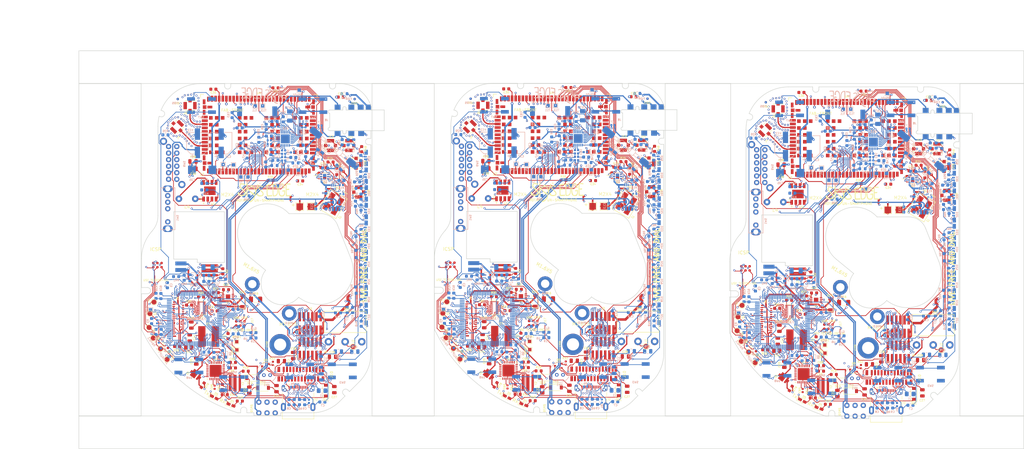
<source format=kicad_pcb>
(kicad_pcb (version 20211014) (generator pcbnew)

  (general
    (thickness 1.6)
  )

  (paper "A1")
  (layers
    (0 "F.Cu" signal "L1_GND+GNDA.Cu")
    (1 "In1.Cu" signal "L2_3v3+GNDA.Cu")
    (2 "In2.Cu" signal "L3_3v8+GNDA.Cu")
    (3 "In3.Cu" signal "L4_GND.Cu")
    (4 "In4.Cu" signal "L5_3v8.Cu")
    (31 "B.Cu" signal "L6_GND.Cu")
    (32 "B.Adhes" user "B.Adhesive")
    (33 "F.Adhes" user "F.Adhesive")
    (34 "B.Paste" user)
    (35 "F.Paste" user)
    (36 "B.SilkS" user "B.Silkscreen")
    (37 "F.SilkS" user "F.Silkscreen")
    (38 "B.Mask" user)
    (39 "F.Mask" user)
    (40 "Dwgs.User" user "User.Drawings")
    (41 "Cmts.User" user "User.Comments")
    (42 "Eco1.User" user "User.Eco1")
    (43 "Eco2.User" user "User.Eco2")
    (44 "Edge.Cuts" user)
    (45 "Margin" user)
    (46 "B.CrtYd" user "B.Courtyard")
    (47 "F.CrtYd" user "F.Courtyard")
    (48 "B.Fab" user)
    (49 "F.Fab" user)
  )

  (setup
    (stackup
      (layer "F.SilkS" (type "Top Silk Screen") (color "White"))
      (layer "F.Paste" (type "Top Solder Paste"))
      (layer "F.Mask" (type "Top Solder Mask") (color "Black") (thickness 0.01))
      (layer "F.Cu" (type "copper") (thickness 0.035))
      (layer "dielectric 1" (type "core") (thickness 0.274) (material "FR4") (epsilon_r 4.5) (loss_tangent 0.02))
      (layer "In1.Cu" (type "copper") (thickness 0.035))
      (layer "dielectric 2" (type "prepreg") (thickness 0.274) (material "FR4") (epsilon_r 4.5) (loss_tangent 0.02))
      (layer "In2.Cu" (type "copper") (thickness 0.035))
      (layer "dielectric 3" (type "core") (thickness 0.274) (material "FR4") (epsilon_r 4.5) (loss_tangent 0.02))
      (layer "In3.Cu" (type "copper") (thickness 0.035))
      (layer "dielectric 4" (type "prepreg") (thickness 0.274) (material "FR4") (epsilon_r 4.5) (loss_tangent 0.02))
      (layer "In4.Cu" (type "copper") (thickness 0.035))
      (layer "dielectric 5" (type "core") (thickness 0.274) (material "FR4") (epsilon_r 4.5) (loss_tangent 0.02))
      (layer "B.Cu" (type "copper") (thickness 0.035))
      (layer "B.Mask" (type "Bottom Solder Mask") (color "Black") (thickness 0.01))
      (layer "B.Paste" (type "Bottom Solder Paste"))
      (layer "B.SilkS" (type "Bottom Silk Screen") (color "White"))
      (copper_finish "None")
      (dielectric_constraints no)
    )
    (pad_to_mask_clearance 0)
    (aux_axis_origin 181.7 54.3)
    (pcbplotparams
      (layerselection 0x00310ff_ffffffff)
      (disableapertmacros false)
      (usegerberextensions false)
      (usegerberattributes false)
      (usegerberadvancedattributes false)
      (creategerberjobfile false)
      (svguseinch false)
      (svgprecision 6)
      (excludeedgelayer true)
      (plotframeref false)
      (viasonmask false)
      (mode 1)
      (useauxorigin false)
      (hpglpennumber 1)
      (hpglpenspeed 20)
      (hpglpendiameter 15.000000)
      (dxfpolygonmode true)
      (dxfimperialunits true)
      (dxfusepcbnewfont true)
      (psnegative false)
      (psa4output false)
      (plotreference true)
      (plotvalue true)
      (plotinvisibletext false)
      (sketchpadsonfab false)
      (subtractmaskfromsilk false)
      (outputformat 1)
      (mirror false)
      (drillshape 0)
      (scaleselection 1)
      (outputdirectory "Fab/")
    )
  )

  (net 0 "")
  (net 1 "/RESET")
  (net 2 "GND")
  (net 3 "/AREF")
  (net 4 "Net-(C7-Pad1)")
  (net 5 "Net-(C8-Pad1)")
  (net 6 "Net-(C9-Pad1)")
  (net 7 "Net-(D4-Pad2)")
  (net 8 "Net-(D4-Pad1)")
  (net 9 "Net-(D5-Pad1)")
  (net 10 "Net-(D5-Pad2)")
  (net 11 "/MISO")
  (net 12 "/MOSI")
  (net 13 "/SCK")
  (net 14 "Net-(R2-Pad1)")
  (net 15 "Net-(R6-Pad1)")
  (net 16 "Net-(R7-Pad1)")
  (net 17 "Net-(R2-Pad2)")
  (net 18 "Net-(R3-Pad2)")
  (net 19 "Net-(R13-Pad2)")
  (net 20 "Net-(R14-Pad2)")
  (net 21 "Net-(R21-Pad2)")
  (net 22 "/CELL_ON")
  (net 23 "/CELL_RESET")
  (net 24 "+3V8")
  (net 25 "Net-(C11-Pad1)")
  (net 26 "Net-(C11-Pad2)")
  (net 27 "VBUS")
  (net 28 "Net-(C14-Pad1)")
  (net 29 "+3V3")
  (net 30 "+12V")
  (net 31 "Net-(C21-Pad1)")
  (net 32 "Net-(C21-Pad2)")
  (net 33 "GNDA")
  (net 34 "Net-(C46-Pad1)")
  (net 35 "Net-(C47-Pad1)")
  (net 36 "Net-(C48-Pad1)")
  (net 37 "Net-(C49-Pad1)")
  (net 38 "Net-(C50-Pad1)")
  (net 39 "Net-(C51-Pad1)")
  (net 40 "Net-(C52-Pad1)")
  (net 41 "Net-(C53-Pad1)")
  (net 42 "Net-(C54-Pad1)")
  (net 43 "Net-(C55-Pad1)")
  (net 44 "Net-(C60-Pad1)")
  (net 45 "Net-(C61-Pad1)")
  (net 46 "Net-(D3-Pad2)")
  (net 47 "/RELAY_OFF")
  (net 48 "Net-(D22-Pad2)")
  (net 49 "Net-(D25-Pad1)")
  (net 50 "Net-(D25-Pad3)")
  (net 51 "Net-(J1-PadA5)")
  (net 52 "Net-(J1-PadB5)")
  (net 53 "/EPD_BUSY")
  (net 54 "/SD_CD")
  (net 55 "/OLED DRIVER/OLED_CS_3V3")
  (net 56 "/OLED DRIVER/OLED_RES_3V3")
  (net 57 "Net-(L7-Pad2)")
  (net 58 "Net-(L8-Pad2)")
  (net 59 "Net-(Q3-Pad1)")
  (net 60 "Net-(Q3-Pad2)")
  (net 61 "Net-(Q3-Pad3)")
  (net 62 "Net-(Q3-Pad5)")
  (net 63 "Net-(Q3-Pad6)")
  (net 64 "Net-(Q4-Pad3)")
  (net 65 "/MCURX-TO-FTDITX")
  (net 66 "/MCUTX-TO-FTDIRX")
  (net 67 "Net-(R19-Pad1)")
  (net 68 "/3v3_EN")
  (net 69 "Net-(R20-Pad1)")
  (net 70 "LL_OE")
  (net 71 "/EPD_CS")
  (net 72 "/EPD_RESET")
  (net 73 "Net-(R39-Pad2)")
  (net 74 "/LED_STAT")
  (net 75 "/LED_1A")
  (net 76 "/EPAPER DRIVER/PREVGH")
  (net 77 "/LED_2A")
  (net 78 "/EPAPER DRIVER/VSH")
  (net 79 "/LED_3A")
  (net 80 "/EPAPER DRIVER/VGH")
  (net 81 "/LED_4A")
  (net 82 "/EPAPER DRIVER/VPP")
  (net 83 "/LED_5A")
  (net 84 "/EPAPER DRIVER/VGL")
  (net 85 "/LED_6A")
  (net 86 "/EPAPER DRIVER/VSL")
  (net 87 "/LED_7A")
  (net 88 "/EPAPER DRIVER/VCOM")
  (net 89 "/LED_8A")
  (net 90 "/EPAPER DRIVER/VDD")
  (net 91 "/LED_9A")
  (net 92 "/EPAPER DRIVER/PREVGL")
  (net 93 "/LED_10A")
  (net 94 "/EPAPER DRIVER/GDR")
  (net 95 "/SW_MODE2")
  (net 96 "/SW_MODE3")
  (net 97 "/SW_MULTI1")
  (net 98 "/SW_CLEAR")
  (net 99 "/SW_MULTI3")
  (net 100 "/SW_MULTI2")
  (net 101 "/SW_HOOK")
  (net 102 "/SW_MULTI4")
  (net 103 "/OFFSIGNAL")
  (net 104 "/SW_ROTARY")
  (net 105 "/CELL_PWR_DET")
  (net 106 "/CELL_CTS")
  (net 107 "/CELL_RTS")
  (net 108 "/OLED_CS")
  (net 109 "/SD_CS")
  (net 110 "/EPD_DC")
  (net 111 "/12v_EN")
  (net 112 "/CELL_RXD")
  (net 113 "/CELL_TXD")
  (net 114 "/AUDIO/BLCK")
  (net 115 "Net-(D23-Pad2)")
  (net 116 "/VSIM")
  (net 117 "/SIM_RST")
  (net 118 "/SIM_IO")
  (net 119 "/SIM_CLK")
  (net 120 "/EPAPER DRIVER/RESE")
  (net 121 "/EPAPER DRIVER/EPD_DC_3v3")
  (net 122 "/EPAPER DRIVER/EPD_CS_3v3")
  (net 123 "/EPAPER DRIVER/EPD_SCK_3v3")
  (net 124 "/EPAPER DRIVER/EPD_MOSI_3v3")
  (net 125 "/LED_4R")
  (net 126 "/LED_10R")
  (net 127 "/LED_1R")
  (net 128 "/GPIO3")
  (net 129 "/GPIO4")
  (net 130 "Net-(D2-Pad1)")
  (net 131 "/LED_2R")
  (net 132 "/LED_3R")
  (net 133 "/LED_9R")
  (net 134 "/LED_8R")
  (net 135 "/LED_7R")
  (net 136 "/LED_6R")
  (net 137 "/LED_5R")
  (net 138 "unconnected-(J8-Pad3)")
  (net 139 "Net-(RSVD1-Pad1)")
  (net 140 "Net-(J8-Pad10)")
  (net 141 "Net-(T13-Pad1)")
  (net 142 "Net-(Q1-Pad1)")
  (net 143 "Net-(Q1-Pad3)")
  (net 144 "Net-(Q2-Pad3)")
  (net 145 "Net-(Q2-Pad1)")
  (net 146 "Net-(Q7-Pad1)")
  (net 147 "+BATT")
  (net 148 "/POWSW4")
  (net 149 "/GPIO1")
  (net 150 "Net-(Q6-Pad1)")
  (net 151 "Net-(R33-Pad1)")
  (net 152 "unconnected-(J1-PadA2)")
  (net 153 "/LED_FILAMENT")
  (net 154 "Net-(R75-Pad1)")
  (net 155 "/NET_STAT")
  (net 156 "/RINGER+")
  (net 157 "+1V8")
  (net 158 "/PDn")
  (net 159 "/RINGER-")
  (net 160 "Net-(D1-Pad2)")
  (net 161 "Net-(D1-Pad1)")
  (net 162 "/LED_BELL")
  (net 163 "/OLED DRIVER/OLED_VP")
  (net 164 "/OLED DRIVER/OLED_VCOMH")
  (net 165 "/OLED DRIVER/OLED_VLOGIC")
  (net 166 "/OLED DRIVER/OLED_IREF")
  (net 167 "/OLED_DC")
  (net 168 "/SW_MODE1")
  (net 169 "Net-(J8-Pad4)")
  (net 170 "unconnected-(J8-Pad11)")
  (net 171 "Net-(J8-Pad12)")
  (net 172 "/OLED DRIVER/OLED_DC_3V3")
  (net 173 "/CELL_RI")
  (net 174 "/CELL MODEM/V_BCKP")
  (net 175 "Net-(D2-Pad2)")
  (net 176 "/CELL MODEM/ANT2")
  (net 177 "/CELL MODEM/ANT1")
  (net 178 "/CELL MODEM/SDIO-D0")
  (net 179 "/CELL MODEM/SDIO-D1")
  (net 180 "/CELL MODEM/SDIO-CLK")
  (net 181 "/CELL MODEM/SDIO-CMD")
  (net 182 "/CELL MODEM/SDIO-D2")
  (net 183 "/CELL MODEM/SDIO-D3")
  (net 184 "/CELL MODEM/USB_D+")
  (net 185 "/CELL MODEM/USB_D-")
  (net 186 "unconnected-(U4-Pad69)")
  (net 187 "unconnected-(J1-PadA3)")
  (net 188 "unconnected-(J1-PadA8)")
  (net 189 "/CELL MODEM/DSR_1v8")
  (net 190 "/CELL MODEM/DCD_1v8")
  (net 191 "/CELL MODEM/HOST_SELECT0")
  (net 192 "/CELL MODEM/HOST_SELECT1")
  (net 193 "/CELL MODEM/RTS_1v8")
  (net 194 "/CELL MODEM/CTS_1v8")
  (net 195 "/CELL MODEM/TXD_1v8")
  (net 196 "/CELL MODEM/RXD_1v8")
  (net 197 "unconnected-(J1-PadA10)")
  (net 198 "unconnected-(J1-PadA11)")
  (net 199 "unconnected-(J1-PadB2)")
  (net 200 "unconnected-(J1-PadB3)")
  (net 201 "/CELL MODEM/RI_1v8")
  (net 202 "/USB PORT AND BRIDGE/FTDI-RESET")
  (net 203 "Net-(C66-Pad1)")
  (net 204 "/USB PORT AND BRIDGE/FTDI-TX")
  (net 205 "/USB PORT AND BRIDGE/FTDI-RX")
  (net 206 "Net-(U1-Pad2)")
  (net 207 "Net-(U1-Pad1)")
  (net 208 "/OLED_RES")
  (net 209 "unconnected-(J1-PadB8)")
  (net 210 "unconnected-(J1-PadB10)")
  (net 211 "unconnected-(J1-PadB11)")
  (net 212 "unconnected-(J9-Pad1)")
  (net 213 "unconnected-(J9-Pad9)")
  (net 214 "unconnected-(J9-Pad30)")
  (net 215 "unconnected-(J10-Pad1)")
  (net 216 "unconnected-(J10-Pad6)")
  (net 217 "unconnected-(J10-Pad7)")
  (net 218 "/AUDIO/SDA")
  (net 219 "/AUDIO/SCL")
  (net 220 "Net-(D26-Pad1)")
  (net 221 "Net-(D26-Pad3)")
  (net 222 "Net-(D27-Pad1)")
  (net 223 "Net-(D27-Pad3)")
  (net 224 "Net-(D28-Pad1)")
  (net 225 "Net-(D28-Pad3)")
  (net 226 "Net-(D29-Pad1)")
  (net 227 "Net-(D29-Pad3)")
  (net 228 "Net-(D30-Pad1)")
  (net 229 "Net-(D30-Pad3)")
  (net 230 "Net-(D31-Pad1)")
  (net 231 "Net-(D31-Pad3)")
  (net 232 "Net-(D32-Pad1)")
  (net 233 "Net-(D32-Pad3)")
  (net 234 "Net-(D33-Pad1)")
  (net 235 "Net-(D33-Pad3)")
  (net 236 "Net-(D34-Pad1)")
  (net 237 "Net-(D34-Pad3)")
  (net 238 "unconnected-(SW2-Pad3)")
  (net 239 "unconnected-(SW9-Pad1)")
  (net 240 "unconnected-(SW9-Pad6)")
  (net 241 "unconnected-(SW9-Pad7)")
  (net 242 "unconnected-(SW9-Pad10)")
  (net 243 "unconnected-(SW9-Pad11)")
  (net 244 "unconnected-(SW9-Pad12)")
  (net 245 "unconnected-(SW10-Pad3)")
  (net 246 "unconnected-(SW10-Pad6)")
  (net 247 "unconnected-(U1-Pad5)")
  (net 248 "unconnected-(U1-Pad6)")
  (net 249 "unconnected-(U1-Pad7)")
  (net 250 "unconnected-(U1-Pad12)")
  (net 251 "unconnected-(U1-Pad14)")
  (net 252 "unconnected-(U1-Pad18)")
  (net 253 "unconnected-(U1-Pad19)")
  (net 254 "unconnected-(U1-Pad20)")
  (net 255 "unconnected-(U1-Pad21)")
  (net 256 "unconnected-(U1-Pad22)")
  (net 257 "unconnected-(U1-Pad23)")
  (net 258 "unconnected-(U1-Pad25)")
  (net 259 "unconnected-(U1-Pad26)")
  (net 260 "unconnected-(U3-Pad1)")
  (net 261 "unconnected-(U4-Pad4)")
  (net 262 "unconnected-(U4-Pad9)")
  (net 263 "unconnected-(U4-Pad14)")
  (net 264 "unconnected-(U4-Pad19)")
  (net 265 "unconnected-(U4-Pad27)")
  (net 266 "unconnected-(U4-Pad28)")
  (net 267 "unconnected-(U4-Pad29)")
  (net 268 "unconnected-(U4-Pad35)")
  (net 269 "unconnected-(U4-Pad36)")
  (net 270 "unconnected-(U4-Pad40)")
  (net 271 "unconnected-(U4-Pad41)")
  (net 272 "unconnected-(U4-Pad47)")
  (net 273 "unconnected-(U4-Pad48)")
  (net 274 "unconnected-(U4-Pad49)")
  (net 275 "unconnected-(U4-Pad65)")
  (net 276 "unconnected-(U4-Pad66)")
  (net 277 "unconnected-(U4-Pad70)")
  (net 278 "unconnected-(U4-Pad79)")
  (net 279 "unconnected-(U6-Pad5)")
  (net 280 "unconnected-(U7-Pad4)")
  (net 281 "unconnected-(U7-Pad6)")
  (net 282 "unconnected-(U9-Pad4)")
  (net 283 "unconnected-(U9-Pad21)")
  (net 284 "unconnected-(U9-Pad22)")
  (net 285 "unconnected-(U9-Pad24)")
  (net 286 "/AUDIO/LRCLK")
  (net 287 "/AUDIO/SDIN")
  (net 288 "/AUDIO/SDOUT")
  (net 289 "/AUDIO/MCLK")
  (net 290 "unconnected-(U9-Pad75)")
  (net 291 "Net-(D6-Pad1)")
  (net 292 "Net-(D6-Pad2)")
  (net 293 "unconnected-(U12-Pad20)")
  (net 294 "unconnected-(U12-Pad21)")
  (net 295 "Net-(L4-Pad1)")
  (net 296 "Net-(L4-Pad2)")
  (net 297 "Net-(R28-Pad1)")
  (net 298 "Net-(R25-Pad1)")
  (net 299 "/USB PORT AND BRIDGE/16U2_MISO")
  (net 300 "/OLED DRIVER/OLED_SCL_3V3")
  (net 301 "/OLED DRIVER/OLED_MOSI_3V3")
  (net 302 "/EPAPER DRIVER/EPD_RES_3v3")
  (net 303 "/USB PORT AND BRIDGE/16U2_SCK")
  (net 304 "/USB PORT AND BRIDGE/16U2_MOSI")
  (net 305 "/USB PORT AND BRIDGE/16U2_RESET")

  (footprint "Resistor_SMD:R_0402_1005Metric" (layer "F.Cu") (at 169.74 150.439 90))

  (footprint "Capacitor_SMD:C_0603_1608Metric" (layer "F.Cu") (at 178.065 94.739))

  (footprint "Capacitor_SMD:C_0603_1608Metric" (layer "F.Cu") (at 185.19 90.639))

  (footprint "Capacitor_SMD:C_0603_1608Metric" (layer "F.Cu") (at 190.455 69.139))

  (footprint "Capacitor_SMD:C_0603_1608Metric" (layer "F.Cu") (at 170.54 66.339))

  (footprint "MyFootprints:Samtec_2x6Header_FTSH-106-01-L-DV" (layer "F.Cu") (at 181.14 145.939))

  (footprint "MyFootprints:LimitSwitch_D2F-01FL2-A1" (layer "F.Cu") (at 191.79 139.539))

  (footprint "TestPoint:TestPoint_Pad_D1.5mm" (layer "F.Cu") (at 131.94 139.489 90))

  (footprint "TestPoint:TestPoint_Pad_D1.5mm" (layer "F.Cu") (at 133.44 131.739 -90))

  (footprint "MyFootprints:Molex_24pFPC_Vert_0525592452" (layer "F.Cu") (at 178.04 153.739))

  (footprint "MountingHole:MountingHole_2.2mm_M2" (layer "F.Cu") (at 194.44 106.239))

  (footprint "MyFootprints:SMTSO-M2-3ET" (layer "F.Cu") (at 171.94 144.739))

  (footprint "MountingHole:MountingHole_2.2mm_M2" (layer "F.Cu") (at 181.94 96.739))

  (footprint "MountingHole:MountingHole_2.2mm_M2" (layer "F.Cu") (at 158.94 124.239))

  (footprint "MountingHole:MountingHole_2.2mm_M2" (layer "F.Cu") (at 155.94 96.739))

  (footprint "Diode_SMD:D_SOD-123" (layer "F.Cu") (at 185.94 158.759 90))

  (footprint "Capacitor_SMD:C_0805_2012Metric" (layer "F.Cu") (at 187.94 148.439))

  (footprint "Capacitor_SMD:C_0805_2012Metric" (layer "F.Cu") (at 175.94 148.039 90))

  (footprint "Capacitor_SMD:C_0805_2012Metric" (layer "F.Cu") (at 172.34 149.759 180))

  (footprint "Capacitor_SMD:C_0805_2012Metric" (layer "F.Cu") (at 162.54 158.639 90))

  (footprint "Capacitor_SMD:C_0805_2012Metric" (layer "F.Cu") (at 146.34 149.739 90))

  (footprint "MyFootprints:Switch_DPDT_Nidec_CL-SB-22C-XX" (layer "F.Cu") (at 167.94 163.939))

  (footprint "Capacitor_SMD:C_0603_1608Metric" (layer "F.Cu") (at 151.555 66.739 180))

  (footprint "Fiducial:Fiducial_0.75mm_Dia_1.5mm_Outer" (layer "F.Cu") (at 140.69 69.739))

  (footprint "LED_SMD:LED_0603_1608Metric_Castellated" (layer "F.Cu") (at 156.94 163.139 -21))

  (footprint "Capacitor_SMD:C_0603_1608Metric" (layer "F.Cu") (at 156.04 142.139 -90))

  (footprint "MyFootprints:SkysEdge_21mm" (layer "F.Cu") (at 167.24 97.289))

  (footprint "MyFootprints:BoostConverter_MCP1661" (layer "F.Cu") (at 156.04 130.139 -90))

  (footprint "Diode_SMD:D_SOD-123" (layer "F.Cu") (at 160.39 131.439 90))

  (footprint "MyFootprints:USBC_CUI_UJ31-CH-G1-SMT-TR" (layer "F.Cu") (at 177.44 162.264))

  (footprint "MyFootprints:CellModule_TOBY-L2" (layer "F.Cu") (at 165.44 80.739))

  (footprint "NetTie:NetTie-2_SMD_Pad0.5mm" (layer "F.Cu") (at 175.09 100.089 90))

  (footprint "Resistor_SMD:R_0603_1608Metric" (layer "F.Cu") (at 196.84 85.039 90))

  (footprint "Resistor_SMD:R_0603_1608Metric" (layer "F.Cu") (at 169.015 94.664))

  (footprint "Resistor_SMD:R_0603_1608Metric" (layer "F.Cu") (at 155.415 127.939))

  (footprint "Resistor_SMD:R_0603_1608Metric" (layer "F.Cu") (at 152.305 128.859))

  (footprint "Resistor_SMD:R_0603_1608Metric" (layer "F.Cu") (at 155.04 159.989 180))

  (footprint "Resistor_SMD:R_0603_1608Metric" (layer "F.Cu") (at 159.64 161.939 180))

  (footprint "Resistor_SMD:R_0603_1608Metric" (layer "F.Cu") (at 154.44 122.339 -90))

  (footprint "digikey-footprints:TI_CSD16301Q2" (layer "F.Cu")
    (tedit 5FFCB433) (tstamp 00000000-0000-0000-0000-00005fc947d3)
    (at 185.54 93.439 180)
    (property "Mfg. Name" "TI")
    (property "Mfg. Part No." "CSD16301Q2")
    (property "Sheetfile" "PowerManagement.kicad_sch")
    (property "Sheetname" "CHARGING AND POWER MANAGEMENT")
    (path "/00000000-0000-0000-0000-00005e745cfa/00000000-0000-0000-0000-00005ed206e3")
    (attr smd)
    (fp_text reference "Q4" (at -0.1 -1.8 unlocked) (layer "F.SilkS")
      (effects (font (size 0.6 0.6) (thickness 0.12)))
      (tstamp f6662114-e94f-4466-8b01-5f4d76363a86)
    )
    (fp_text value "CSD16301Q2" (at 4.7524 1.9064 180) (layer "F.Fab")
      (effects (font (size 0.64 0.64) (thickness 0.015)))
      (tstamp 4f2de74c-a0a3-419c-86d3-f1056d120362)
    )
    (fp_poly (pts
        (xy -0.23 0.5)
        (xy 0.42 0.5)
        (xy 0.422617 0.500069)
        (xy 0.425226 0.500274)
        (xy 0.427822 0.500616)
        (xy 0.430396 0.501093)
        (xy 0.432941 0.501704)
        (xy 0.435451 0.502447)
        (xy 0.437918 0.503321)
        (xy 0.440337 0.504323)
        (xy 0.4427 0.50545)
        (xy 0.445 0.506699)
        (xy 0.447232 0.508066)
        (xy 0.449389 0.509549)
        (xy 0.451466 0.511143)
        (xy 0.453457 0.512843)
        (xy 0.455355 0.514645)
        (xy 0.457157 0.516543)
        (xy 0.458857 0.518534)
        (xy 0.460451 0.520611)
        (xy 0.461934 0.522768)
        (xy 0.463301 0.525)
        (xy 0.46455 0.5273)
        (xy 0.465677 0.529663)
        (xy 0.466679 0.532082)
        (xy 0.467553 0.534549)
        (xy 0.468296 0.537059)
        (xy 0.468907 0.539604)
        (xy 0.469384 0.542178)
        (xy 0.469726 0.544774)
        (xy 0.469931 0.547383)
        (xy 0.47 0.55)
        (xy 0.47 0.75)
        (xy 0.469931 0.752617)
        (xy 0.469726 0.755226)
        (xy 0.469384 0.757822)
        (xy 0.468907 0.760396)
        (xy 0.468296 0.762941)
        (xy 0.467553 0.765451)
        (xy 0.466679 0.767918)
        (xy 0.465677 0.770337)
        (xy 0.46455 0.7727)
        (xy 0.463301 0.775)
        (xy 0.461934 0.777232)
        (xy 0.460451 0.779389)
        (xy 0.458857 0.781466)
        (xy 0.457157 0.783457)
        (xy 0.455355 0.785355)
        (xy 0.453457 0.787157)
        (xy 0.451466 0.788857)
        (xy 0.449389 0.790451)
        (xy 0.447232 0.791934)
        (xy 0.445 0.793301)
        (xy 0.4427 0.79455)
        (xy 0.440337 0.795677)
        (xy 0.437918 0.796679)
        (xy 0.435451 0.797553)
        (xy 0.432941 0.798296)
        (xy 0.430396 0.798907)
        (xy 0.427822 0.799384)
        (xy 0.425226 0.799726)
        (xy 0.422617 0.799931)
        (xy 0.42 0.8)
        (xy -0.23 0.8)
        (xy -0.232617 0.799931)
        (xy -0.235226 0.799726)
        (xy -0.237822 0.799384)
        (xy -0.240396 0.798907)
        (xy -0.242941 0.798296)
 
... [4737846 chars truncated]
</source>
